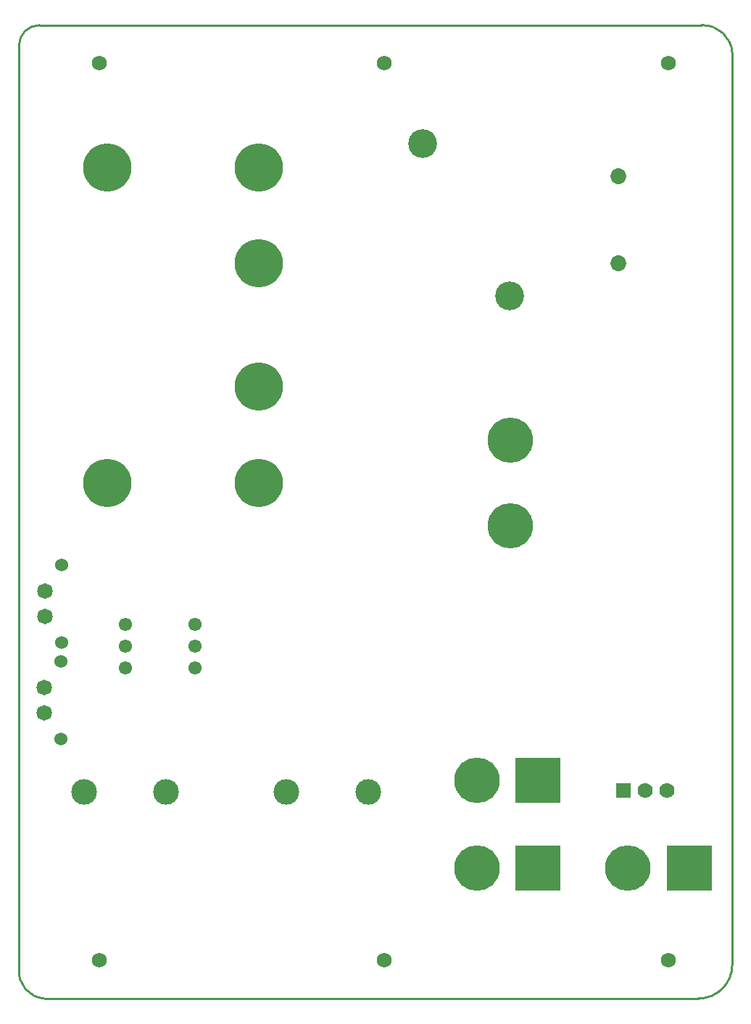
<source format=gbs>
G04*
G04 #@! TF.GenerationSoftware,Altium Limited,Altium Designer,19.0.15 (446)*
G04*
G04 Layer_Color=16711935*
%FSLAX25Y25*%
%MOIN*%
G70*
G01*
G75*
%ADD10C,0.01000*%
%ADD16R,0.07001X0.07001*%
%ADD17C,0.07001*%
%ADD18C,0.20800*%
%ADD19C,0.06800*%
%ADD20C,0.11749*%
%ADD21C,0.06115*%
%ADD22R,0.20879X0.20879*%
%ADD23C,0.20879*%
%ADD24C,0.07178*%
%ADD25C,0.05997*%
%ADD26C,0.22178*%
%ADD27C,0.07296*%
%ADD28C,0.13202*%
D10*
X9367Y447367D02*
G03*
X0Y438000I0J-9367D01*
G01*
Y13500D02*
G03*
X11500Y0I12500J-1000D01*
G01*
X312500D02*
G03*
X328000Y15500I-0J15500D01*
G01*
X328027Y434493D02*
G03*
X314000Y447367I-13521J-654D01*
G01*
X9367D02*
X16439D01*
X0Y429143D02*
Y438000D01*
X313133Y447367D02*
X313834D01*
X11500Y0D02*
X312500D01*
X328000Y15500D02*
Y434500D01*
X16439Y447367D02*
X313133D01*
X0Y13500D02*
Y429143D01*
D16*
X278000Y95500D02*
D03*
D17*
X288000D02*
D03*
X298000D02*
D03*
D18*
X226000Y217315D02*
D03*
Y256685D02*
D03*
D19*
X168000Y17500D02*
D03*
Y430000D02*
D03*
X37000Y17500D02*
D03*
Y430000D02*
D03*
X298500D02*
D03*
Y17500D02*
D03*
D20*
X160500Y95000D02*
D03*
X123000D02*
D03*
X30000D02*
D03*
X67500D02*
D03*
D21*
X81000Y152000D02*
D03*
Y162000D02*
D03*
Y172000D02*
D03*
X49000D02*
D03*
Y162000D02*
D03*
Y152000D02*
D03*
D22*
X308201Y60000D02*
D03*
X238701Y59878D02*
D03*
Y100378D02*
D03*
D23*
X280000Y60000D02*
D03*
X210500Y59878D02*
D03*
Y100378D02*
D03*
D24*
X11500Y143000D02*
D03*
Y131189D02*
D03*
X12000Y187311D02*
D03*
Y175500D02*
D03*
D25*
X19217Y119378D02*
D03*
Y154811D02*
D03*
X19716Y163689D02*
D03*
Y199122D02*
D03*
D26*
X110185Y382000D02*
D03*
Y337906D02*
D03*
Y281213D02*
D03*
Y237118D02*
D03*
X40500Y382000D02*
D03*
Y237118D02*
D03*
D27*
X275500Y378000D02*
D03*
Y338000D02*
D03*
D28*
X225500Y323000D02*
D03*
X185500Y393000D02*
D03*
M02*

</source>
